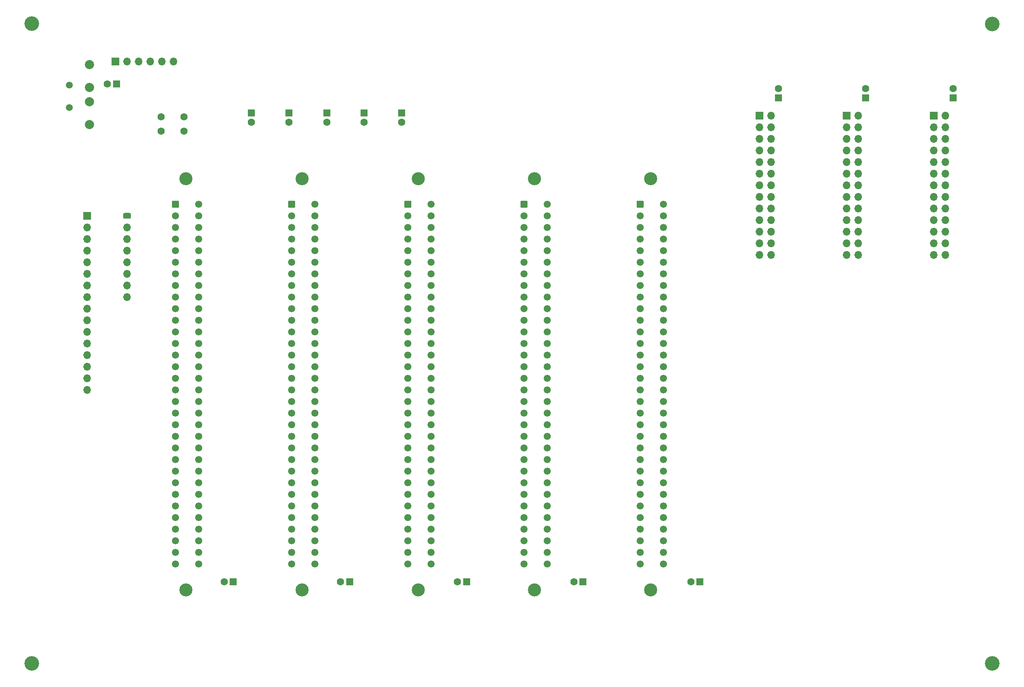
<source format=gbr>
%TF.GenerationSoftware,KiCad,Pcbnew,(6.0.7)*%
%TF.CreationDate,2023-04-20T18:01:57-06:00*%
%TF.ProjectId,backplane,6261636b-706c-4616-9e65-2e6b69636164,rev?*%
%TF.SameCoordinates,Original*%
%TF.FileFunction,Soldermask,Bot*%
%TF.FilePolarity,Negative*%
%FSLAX46Y46*%
G04 Gerber Fmt 4.6, Leading zero omitted, Abs format (unit mm)*
G04 Created by KiCad (PCBNEW (6.0.7)) date 2023-04-20 18:01:57*
%MOMM*%
%LPD*%
G01*
G04 APERTURE LIST*
G04 Aperture macros list*
%AMRoundRect*
0 Rectangle with rounded corners*
0 $1 Rounding radius*
0 $2 $3 $4 $5 $6 $7 $8 $9 X,Y pos of 4 corners*
0 Add a 4 corners polygon primitive as box body*
4,1,4,$2,$3,$4,$5,$6,$7,$8,$9,$2,$3,0*
0 Add four circle primitives for the rounded corners*
1,1,$1+$1,$2,$3*
1,1,$1+$1,$4,$5*
1,1,$1+$1,$6,$7*
1,1,$1+$1,$8,$9*
0 Add four rect primitives between the rounded corners*
20,1,$1+$1,$2,$3,$4,$5,0*
20,1,$1+$1,$4,$5,$6,$7,0*
20,1,$1+$1,$6,$7,$8,$9,0*
20,1,$1+$1,$8,$9,$2,$3,0*%
G04 Aperture macros list end*
%ADD10C,3.200000*%
%ADD11R,1.600000X1.600000*%
%ADD12C,1.600000*%
%ADD13C,2.850000*%
%ADD14RoundRect,0.249999X-0.525001X-0.525001X0.525001X-0.525001X0.525001X0.525001X-0.525001X0.525001X0*%
%ADD15C,1.550000*%
%ADD16C,1.500000*%
%ADD17R,1.700000X1.700000*%
%ADD18O,1.700000X1.700000*%
%ADD19C,2.000000*%
%ADD20RoundRect,0.317500X-0.532500X-0.317500X0.532500X-0.317500X0.532500X0.317500X-0.532500X0.317500X0*%
G04 APERTURE END LIST*
D10*
%TO.C,REF\u002A\u002A*%
X514925000Y-237825000D03*
%TD*%
D11*
%TO.C,C15*%
X451000000Y-220000000D03*
D12*
X449000000Y-220000000D03*
%TD*%
D11*
%TO.C,C13*%
X400000000Y-220000000D03*
D12*
X398000000Y-220000000D03*
%TD*%
%TO.C,C3*%
X333232500Y-118194000D03*
X338232500Y-118194000D03*
%TD*%
D10*
%TO.C,REF\u002A\u002A*%
X514900000Y-97875000D03*
%TD*%
D13*
%TO.C,J2*%
X338611000Y-221741000D03*
X338611000Y-131741000D03*
D14*
X336371000Y-137371000D03*
D15*
X336371000Y-139911000D03*
X336371000Y-142451000D03*
X336371000Y-144991000D03*
X336371000Y-147531000D03*
X336371000Y-150071000D03*
X336371000Y-152611000D03*
X336371000Y-155151000D03*
X336371000Y-157691000D03*
X336371000Y-160231000D03*
X336371000Y-162771000D03*
X336371000Y-165311000D03*
X336371000Y-167851000D03*
X336371000Y-170391000D03*
X336371000Y-172931000D03*
X336371000Y-175471000D03*
X336371000Y-178011000D03*
X336371000Y-180551000D03*
X336371000Y-183091000D03*
X336371000Y-185631000D03*
X336371000Y-188171000D03*
X336371000Y-190711000D03*
X336371000Y-193251000D03*
X336371000Y-195791000D03*
X336371000Y-198331000D03*
X336371000Y-200871000D03*
X336371000Y-203411000D03*
X336371000Y-205951000D03*
X336371000Y-208491000D03*
X336371000Y-211031000D03*
X336371000Y-213571000D03*
X336371000Y-216111000D03*
X341451000Y-216111000D03*
X341451000Y-213571000D03*
X341451000Y-211031000D03*
X341451000Y-208491000D03*
X341451000Y-205951000D03*
X341451000Y-203411000D03*
X341451000Y-200871000D03*
X341451000Y-198331000D03*
X341451000Y-195791000D03*
X341451000Y-193251000D03*
X341451000Y-190711000D03*
X341451000Y-188171000D03*
X341451000Y-185631000D03*
X341451000Y-183091000D03*
X341451000Y-180551000D03*
X341451000Y-178011000D03*
X341451000Y-175471000D03*
X341451000Y-172931000D03*
X341451000Y-170391000D03*
X341451000Y-167851000D03*
X341451000Y-165311000D03*
X341451000Y-162771000D03*
X341451000Y-160231000D03*
X341451000Y-157691000D03*
X341451000Y-155151000D03*
X341451000Y-152611000D03*
X341451000Y-150071000D03*
X341451000Y-147531000D03*
X341451000Y-144991000D03*
X341451000Y-142451000D03*
X341451000Y-139911000D03*
X341451000Y-137371000D03*
%TD*%
D11*
%TO.C,C17*%
X468140259Y-114081469D03*
D12*
X468140259Y-112081469D03*
%TD*%
D11*
%TO.C,C16*%
X506349846Y-114070129D03*
D12*
X506349846Y-112070129D03*
%TD*%
D11*
%TO.C,C11*%
X349000000Y-220000000D03*
D12*
X347000000Y-220000000D03*
%TD*%
D13*
%TO.C,J4*%
X389420000Y-221741000D03*
X389420000Y-131741000D03*
D14*
X387180000Y-137371000D03*
D15*
X387180000Y-139911000D03*
X387180000Y-142451000D03*
X387180000Y-144991000D03*
X387180000Y-147531000D03*
X387180000Y-150071000D03*
X387180000Y-152611000D03*
X387180000Y-155151000D03*
X387180000Y-157691000D03*
X387180000Y-160231000D03*
X387180000Y-162771000D03*
X387180000Y-165311000D03*
X387180000Y-167851000D03*
X387180000Y-170391000D03*
X387180000Y-172931000D03*
X387180000Y-175471000D03*
X387180000Y-178011000D03*
X387180000Y-180551000D03*
X387180000Y-183091000D03*
X387180000Y-185631000D03*
X387180000Y-188171000D03*
X387180000Y-190711000D03*
X387180000Y-193251000D03*
X387180000Y-195791000D03*
X387180000Y-198331000D03*
X387180000Y-200871000D03*
X387180000Y-203411000D03*
X387180000Y-205951000D03*
X387180000Y-208491000D03*
X387180000Y-211031000D03*
X387180000Y-213571000D03*
X387180000Y-216111000D03*
X392260000Y-216111000D03*
X392260000Y-213571000D03*
X392260000Y-211031000D03*
X392260000Y-208491000D03*
X392260000Y-205951000D03*
X392260000Y-203411000D03*
X392260000Y-200871000D03*
X392260000Y-198331000D03*
X392260000Y-195791000D03*
X392260000Y-193251000D03*
X392260000Y-190711000D03*
X392260000Y-188171000D03*
X392260000Y-185631000D03*
X392260000Y-183091000D03*
X392260000Y-180551000D03*
X392260000Y-178011000D03*
X392260000Y-175471000D03*
X392260000Y-172931000D03*
X392260000Y-170391000D03*
X392260000Y-167851000D03*
X392260000Y-165311000D03*
X392260000Y-162771000D03*
X392260000Y-160231000D03*
X392260000Y-157691000D03*
X392260000Y-155151000D03*
X392260000Y-152611000D03*
X392260000Y-150071000D03*
X392260000Y-147531000D03*
X392260000Y-144991000D03*
X392260000Y-142451000D03*
X392260000Y-139911000D03*
X392260000Y-137371000D03*
%TD*%
D16*
%TO.C,Y1*%
X313126500Y-116199000D03*
X313126500Y-111299000D03*
%TD*%
D11*
%TO.C,C12*%
X374455113Y-220000000D03*
D12*
X372455113Y-220000000D03*
%TD*%
D13*
%TO.C,J3*%
X364020000Y-131741000D03*
X364020000Y-221741000D03*
D14*
X361780000Y-137371000D03*
D15*
X361780000Y-139911000D03*
X361780000Y-142451000D03*
X361780000Y-144991000D03*
X361780000Y-147531000D03*
X361780000Y-150071000D03*
X361780000Y-152611000D03*
X361780000Y-155151000D03*
X361780000Y-157691000D03*
X361780000Y-160231000D03*
X361780000Y-162771000D03*
X361780000Y-165311000D03*
X361780000Y-167851000D03*
X361780000Y-170391000D03*
X361780000Y-172931000D03*
X361780000Y-175471000D03*
X361780000Y-178011000D03*
X361780000Y-180551000D03*
X361780000Y-183091000D03*
X361780000Y-185631000D03*
X361780000Y-188171000D03*
X361780000Y-190711000D03*
X361780000Y-193251000D03*
X361780000Y-195791000D03*
X361780000Y-198331000D03*
X361780000Y-200871000D03*
X361780000Y-203411000D03*
X361780000Y-205951000D03*
X361780000Y-208491000D03*
X361780000Y-211031000D03*
X361780000Y-213571000D03*
X361780000Y-216111000D03*
X366860000Y-216111000D03*
X366860000Y-213571000D03*
X366860000Y-211031000D03*
X366860000Y-208491000D03*
X366860000Y-205951000D03*
X366860000Y-203411000D03*
X366860000Y-200871000D03*
X366860000Y-198331000D03*
X366860000Y-195791000D03*
X366860000Y-193251000D03*
X366860000Y-190711000D03*
X366860000Y-188171000D03*
X366860000Y-185631000D03*
X366860000Y-183091000D03*
X366860000Y-180551000D03*
X366860000Y-178011000D03*
X366860000Y-175471000D03*
X366860000Y-172931000D03*
X366860000Y-170391000D03*
X366860000Y-167851000D03*
X366860000Y-165311000D03*
X366860000Y-162771000D03*
X366860000Y-160231000D03*
X366860000Y-157691000D03*
X366860000Y-155151000D03*
X366860000Y-152611000D03*
X366860000Y-150071000D03*
X366860000Y-147531000D03*
X366860000Y-144991000D03*
X366860000Y-142451000D03*
X366860000Y-139911000D03*
X366860000Y-137371000D03*
%TD*%
D11*
%TO.C,C9*%
X377571000Y-117408888D03*
D12*
X377571000Y-119408888D03*
%TD*%
D10*
%TO.C,REF\u002A\u002A*%
X304925000Y-97850000D03*
%TD*%
D17*
%TO.C,J8*%
X483052500Y-117940000D03*
D18*
X483052500Y-120480000D03*
X483052500Y-123020000D03*
X483052500Y-125560000D03*
X483052500Y-128100000D03*
X483052500Y-130640000D03*
X483052500Y-133180000D03*
X483052500Y-135720000D03*
X483052500Y-138260000D03*
X483052500Y-140800000D03*
X483052500Y-143340000D03*
X483052500Y-145880000D03*
X483052500Y-148420000D03*
X485592500Y-148420000D03*
X485592500Y-145880000D03*
X485592500Y-143340000D03*
X485592500Y-140800000D03*
X485592500Y-138260000D03*
X485592500Y-135720000D03*
X485592500Y-133180000D03*
X485592500Y-130640000D03*
X485592500Y-128100000D03*
X485592500Y-125560000D03*
X485592500Y-123020000D03*
X485592500Y-120480000D03*
X485592500Y-117940000D03*
%TD*%
D17*
%TO.C,J7*%
X464002500Y-117940000D03*
D18*
X464002500Y-120480000D03*
X464002500Y-123020000D03*
X464002500Y-125560000D03*
X464002500Y-128100000D03*
X464002500Y-130640000D03*
X464002500Y-133180000D03*
X464002500Y-135720000D03*
X464002500Y-138260000D03*
X464002500Y-140800000D03*
X464002500Y-143340000D03*
X464002500Y-145880000D03*
X464002500Y-148420000D03*
X466542500Y-148420000D03*
X466542500Y-145880000D03*
X466542500Y-143340000D03*
X466542500Y-140800000D03*
X466542500Y-138260000D03*
X466542500Y-135720000D03*
X466542500Y-133180000D03*
X466542500Y-130640000D03*
X466542500Y-128100000D03*
X466542500Y-125560000D03*
X466542500Y-123020000D03*
X466542500Y-120480000D03*
X466542500Y-117940000D03*
%TD*%
D19*
%TO.C,C1*%
X317571500Y-111804000D03*
X317571500Y-106804000D03*
%TD*%
D10*
%TO.C,REF\u002A\u002A*%
X304925000Y-237850000D03*
%TD*%
D11*
%TO.C,C7*%
X361188000Y-117408888D03*
D12*
X361188000Y-119408888D03*
%TD*%
D11*
%TO.C,C5*%
X323455113Y-111000000D03*
D12*
X321455113Y-111000000D03*
%TD*%
D17*
%TO.C,J9*%
X502102500Y-117940000D03*
D18*
X502102500Y-120480000D03*
X502102500Y-123020000D03*
X502102500Y-125560000D03*
X502102500Y-128100000D03*
X502102500Y-130640000D03*
X502102500Y-133180000D03*
X502102500Y-135720000D03*
X502102500Y-138260000D03*
X502102500Y-140800000D03*
X502102500Y-143340000D03*
X502102500Y-145880000D03*
X502102500Y-148420000D03*
X504642500Y-148420000D03*
X504642500Y-145880000D03*
X504642500Y-143340000D03*
X504642500Y-140800000D03*
X504642500Y-138260000D03*
X504642500Y-135720000D03*
X504642500Y-133180000D03*
X504642500Y-130640000D03*
X504642500Y-128100000D03*
X504642500Y-125560000D03*
X504642500Y-123020000D03*
X504642500Y-120480000D03*
X504642500Y-117940000D03*
%TD*%
D11*
%TO.C,C10*%
X385826000Y-117408888D03*
D12*
X385826000Y-119408888D03*
%TD*%
D13*
%TO.C,J6*%
X440220000Y-221741000D03*
X440220000Y-131741000D03*
D14*
X437980000Y-137371000D03*
D15*
X437980000Y-139911000D03*
X437980000Y-142451000D03*
X437980000Y-144991000D03*
X437980000Y-147531000D03*
X437980000Y-150071000D03*
X437980000Y-152611000D03*
X437980000Y-155151000D03*
X437980000Y-157691000D03*
X437980000Y-160231000D03*
X437980000Y-162771000D03*
X437980000Y-165311000D03*
X437980000Y-167851000D03*
X437980000Y-170391000D03*
X437980000Y-172931000D03*
X437980000Y-175471000D03*
X437980000Y-178011000D03*
X437980000Y-180551000D03*
X437980000Y-183091000D03*
X437980000Y-185631000D03*
X437980000Y-188171000D03*
X437980000Y-190711000D03*
X437980000Y-193251000D03*
X437980000Y-195791000D03*
X437980000Y-198331000D03*
X437980000Y-200871000D03*
X437980000Y-203411000D03*
X437980000Y-205951000D03*
X437980000Y-208491000D03*
X437980000Y-211031000D03*
X437980000Y-213571000D03*
X437980000Y-216111000D03*
X443060000Y-216111000D03*
X443060000Y-213571000D03*
X443060000Y-211031000D03*
X443060000Y-208491000D03*
X443060000Y-205951000D03*
X443060000Y-203411000D03*
X443060000Y-200871000D03*
X443060000Y-198331000D03*
X443060000Y-195791000D03*
X443060000Y-193251000D03*
X443060000Y-190711000D03*
X443060000Y-188171000D03*
X443060000Y-185631000D03*
X443060000Y-183091000D03*
X443060000Y-180551000D03*
X443060000Y-178011000D03*
X443060000Y-175471000D03*
X443060000Y-172931000D03*
X443060000Y-170391000D03*
X443060000Y-167851000D03*
X443060000Y-165311000D03*
X443060000Y-162771000D03*
X443060000Y-160231000D03*
X443060000Y-157691000D03*
X443060000Y-155151000D03*
X443060000Y-152611000D03*
X443060000Y-150071000D03*
X443060000Y-147531000D03*
X443060000Y-144991000D03*
X443060000Y-142451000D03*
X443060000Y-139911000D03*
X443060000Y-137371000D03*
%TD*%
D17*
%TO.C,J10*%
X317012000Y-139911000D03*
D18*
X317012000Y-142451000D03*
X317012000Y-144991000D03*
X317012000Y-147531000D03*
X317012000Y-150071000D03*
X317012000Y-152611000D03*
X317012000Y-155151000D03*
X317012000Y-157691000D03*
X317012000Y-160231000D03*
X317012000Y-162771000D03*
X317012000Y-165311000D03*
X317012000Y-167851000D03*
X317012000Y-170391000D03*
X317012000Y-172931000D03*
X317012000Y-175471000D03*
X317012000Y-178011000D03*
%TD*%
D11*
%TO.C,C14*%
X425434301Y-220000000D03*
D12*
X423434301Y-220000000D03*
%TD*%
D13*
%TO.C,J5*%
X414820000Y-131741000D03*
X414820000Y-221741000D03*
D14*
X412580000Y-137371000D03*
D15*
X412580000Y-139911000D03*
X412580000Y-142451000D03*
X412580000Y-144991000D03*
X412580000Y-147531000D03*
X412580000Y-150071000D03*
X412580000Y-152611000D03*
X412580000Y-155151000D03*
X412580000Y-157691000D03*
X412580000Y-160231000D03*
X412580000Y-162771000D03*
X412580000Y-165311000D03*
X412580000Y-167851000D03*
X412580000Y-170391000D03*
X412580000Y-172931000D03*
X412580000Y-175471000D03*
X412580000Y-178011000D03*
X412580000Y-180551000D03*
X412580000Y-183091000D03*
X412580000Y-185631000D03*
X412580000Y-188171000D03*
X412580000Y-190711000D03*
X412580000Y-193251000D03*
X412580000Y-195791000D03*
X412580000Y-198331000D03*
X412580000Y-200871000D03*
X412580000Y-203411000D03*
X412580000Y-205951000D03*
X412580000Y-208491000D03*
X412580000Y-211031000D03*
X412580000Y-213571000D03*
X412580000Y-216111000D03*
X417660000Y-216111000D03*
X417660000Y-213571000D03*
X417660000Y-211031000D03*
X417660000Y-208491000D03*
X417660000Y-205951000D03*
X417660000Y-203411000D03*
X417660000Y-200871000D03*
X417660000Y-198331000D03*
X417660000Y-195791000D03*
X417660000Y-193251000D03*
X417660000Y-190711000D03*
X417660000Y-188171000D03*
X417660000Y-185631000D03*
X417660000Y-183091000D03*
X417660000Y-180551000D03*
X417660000Y-178011000D03*
X417660000Y-175471000D03*
X417660000Y-172931000D03*
X417660000Y-170391000D03*
X417660000Y-167851000D03*
X417660000Y-165311000D03*
X417660000Y-162771000D03*
X417660000Y-160231000D03*
X417660000Y-157691000D03*
X417660000Y-155151000D03*
X417660000Y-152611000D03*
X417660000Y-150071000D03*
X417660000Y-147531000D03*
X417660000Y-144991000D03*
X417660000Y-142451000D03*
X417660000Y-139911000D03*
X417660000Y-137371000D03*
%TD*%
D12*
%TO.C,C4*%
X338232500Y-121369000D03*
X333232500Y-121369000D03*
%TD*%
D11*
%TO.C,C8*%
X369443000Y-117408888D03*
D12*
X369443000Y-119408888D03*
%TD*%
D10*
%TO.C,*%
X304925000Y-237850000D03*
%TD*%
D19*
%TO.C,C2*%
X317571500Y-114932000D03*
X317571500Y-119932000D03*
%TD*%
D11*
%TO.C,C18*%
X487191258Y-114081469D03*
D12*
X487191258Y-112081469D03*
%TD*%
D20*
%TO.C,J11*%
X325775000Y-139911000D03*
D18*
X325775000Y-142451000D03*
X325775000Y-144991000D03*
X325775000Y-147531000D03*
X325775000Y-150071000D03*
X325775000Y-152611000D03*
X325775000Y-155151000D03*
X325775000Y-157691000D03*
%TD*%
D11*
%TO.C,C6*%
X352933000Y-117408888D03*
D12*
X352933000Y-119408888D03*
%TD*%
D17*
%TO.C,J1*%
X323184500Y-106104000D03*
D18*
X325724500Y-106104000D03*
X328264500Y-106104000D03*
X330804500Y-106104000D03*
X333344500Y-106104000D03*
X335884500Y-106104000D03*
%TD*%
M02*

</source>
